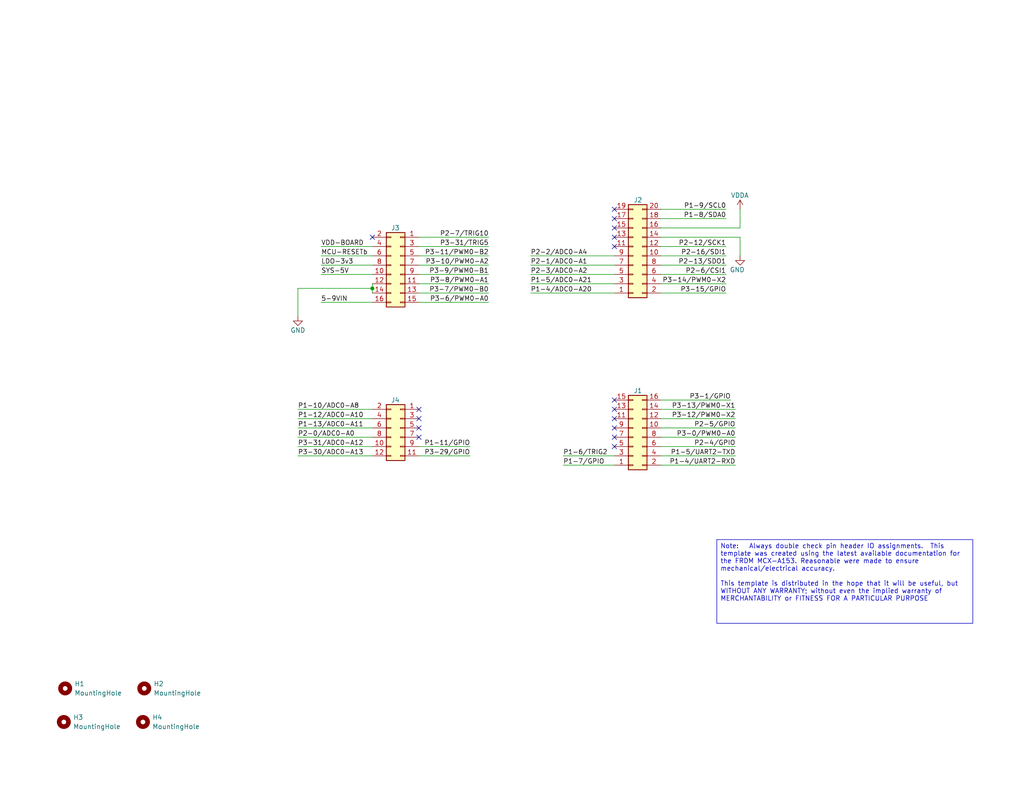
<source format=kicad_sch>
(kicad_sch (version 20230121) (generator eeschema)
  (paper "A")
  (lib_symbols
    (symbol "Connector_Generic:Conn_02x06_Odd_Even" (pin_names (offset 1.016) hide)
      (property "Reference" "J" (at 1.27 7.62 0))
      (property "Value" "Conn_02x06_Odd_Even" (at 1.27 -10.16 0))
      (symbol "Conn_02x06_Odd_Even_1_1"
        (rectangle (start -1.27 -7.493) (end 0 -7.747) (stroke (width 0.1524)))
        (rectangle (start -1.27 -4.953) (end 0 -5.207) (stroke (width 0.1524)))
        (rectangle (start -1.27 -2.413) (end 0 -2.667) (stroke (width 0.1524)))
        (rectangle (start -1.27 0.127) (end 0 -0.127) (stroke (width 0.1524)))
        (rectangle (start -1.27 2.667) (end 0 2.413) (stroke (width 0.1524)))
        (rectangle (start -1.27 5.207) (end 0 4.953) (stroke (width 0.1524)))
        (rectangle (start -1.27 6.35) (end 3.81 -8.89) (stroke (width 0.254)) (fill (type background)))
        (rectangle (start 3.81 -7.493) (end 2.54 -7.747) (stroke (width 0.1524)))
        (rectangle (start 3.81 -4.953) (end 2.54 -5.207) (stroke (width 0.1524)))
        (rectangle (start 3.81 -2.413) (end 2.54 -2.667) (stroke (width 0.1524)))
        (rectangle (start 3.81 0.127) (end 2.54 -0.127) (stroke (width 0.1524)))
        (rectangle (start 3.81 2.667) (end 2.54 2.413) (stroke (width 0.1524)))
        (rectangle (start 3.81 5.207) (end 2.54 4.953) (stroke (width 0.1524)))
        (pin passive line (at -5.08 5.08 0) (length 3.81) (name "Pin_1") (number "1"))
        (pin passive line (at 7.62 -5.08 180) (length 3.81) (name "Pin_10") (number "10"))
        (pin passive line (at -5.08 -7.62 0) (length 3.81) (name "Pin_11") (number "11"))
        (pin passive line (at 7.62 -7.62 180) (length 3.81) (name "Pin_12") (number "12"))
        (pin passive line (at 7.62 5.08 180) (length 3.81) (name "Pin_2") (number "2"))
        (pin passive line (at -5.08 2.54 0) (length 3.81) (name "Pin_3") (number "3"))
        (pin passive line (at 7.62 2.54 180) (length 3.81) (name "Pin_4") (number "4"))
        (pin passive line (at -5.08 0 0) (length 3.81) (name "Pin_5") (number "5"))
        (pin passive line (at 7.62 0 180) (length 3.81) (name "Pin_6") (number "6"))
        (pin passive line (at -5.08 -2.54 0) (length 3.81) (name "Pin_7") (number "7"))
        (pin passive line (at 7.62 -2.54 180) (length 3.81) (name "Pin_8") (number "8"))
        (pin passive line (at -5.08 -5.08 0) (length 3.81) (name "Pin_9") (number "9"))
      )
    )
    (symbol "Connector_Generic:Conn_02x08_Odd_Even" (pin_names (offset 1.016) hide)
      (property "Reference" "J" (at 1.27 10.16 0))
      (property "Value" "Conn_02x08_Odd_Even" (at 1.27 -12.7 0))
      (symbol "Conn_02x08_Odd_Even_1_1"
        (rectangle (start -1.27 -10.033) (end 0 -10.287) (stroke (width 0.1524)))
        (rectangle (start -1.27 -7.493) (end 0 -7.747) (stroke (width 0.1524)))
        (rectangle (start -1.27 -4.953) (end 0 -5.207) (stroke (width 0.1524)))
        (rectangle (start -1.27 -2.413) (end 0 -2.667) (stroke (width 0.1524)))
        (rectangle (start -1.27 0.127) (end 0 -0.127) (stroke (width 0.1524)))
        (rectangle (start -1.27 2.667) (end 0 2.413) (stroke (width 0.1524)))
        (rectangle (start -1.27 5.207) (end 0 4.953) (stroke (width 0.1524)))
        (rectangle (start -1.27 7.747) (end 0 7.493) (stroke (width 0.1524)))
        (rectangle (start -1.27 8.89) (end 3.81 -11.43) (stroke (width 0.254)) (fill (type background)))
        (rectangle (start 3.81 -10.033) (end 2.54 -10.287) (stroke (width 0.1524)))
        (rectangle (start 3.81 -7.493) (end 2.54 -7.747) (stroke (width 0.1524)))
        (rectangle (start 3.81 -4.953) (end 2.54 -5.207) (stroke (width 0.1524)))
        (rectangle (start 3.81 -2.413) (end 2.54 -2.667) (stroke (width 0.1524)))
        (rectangle (start 3.81 0.127) (end 2.54 -0.127) (stroke (width 0.1524)))
        (rectangle (start 3.81 2.667) (end 2.54 2.413) (stroke (width 0.1524)))
        (rectangle (start 3.81 5.207) (end 2.54 4.953) (stroke (width 0.1524)))
        (rectangle (start 3.81 7.747) (end 2.54 7.493) (stroke (width 0.1524)))
        (pin passive line (at -5.08 7.62 0) (length 3.81) (name "Pin_1") (number "1"))
        (pin passive line (at 7.62 -2.54 180) (length 3.81) (name "Pin_10") (number "10"))
        (pin passive line (at -5.08 -5.08 0) (length 3.81) (name "Pin_11") (number "11"))
        (pin passive line (at 7.62 -5.08 180) (length 3.81) (name "Pin_12") (number "12"))
        (pin passive line (at -5.08 -7.62 0) (length 3.81) (name "Pin_13") (number "13"))
        (pin passive line (at 7.62 -7.62 180) (length 3.81) (name "Pin_14") (number "14"))
        (pin passive line (at -5.08 -10.16 0) (length 3.81) (name "Pin_15") (number "15"))
        (pin passive line (at 7.62 -10.16 180) (length 3.81) (name "Pin_16") (number "16"))
        (pin passive line (at 7.62 7.62 180) (length 3.81) (name "Pin_2") (number "2"))
        (pin passive line (at -5.08 5.08 0) (length 3.81) (name "Pin_3") (number "3"))
        (pin passive line (at 7.62 5.08 180) (length 3.81) (name "Pin_4") (number "4"))
        (pin passive line (at -5.08 2.54 0) (length 3.81) (name "Pin_5") (number "5"))
        (pin passive line (at 7.62 2.54 180) (length 3.81) (name "Pin_6") (number "6"))
        (pin passive line (at -5.08 0 0) (length 3.81) (name "Pin_7") (number "7"))
        (pin passive line (at 7.62 0 180) (length 3.81) (name "Pin_8") (number "8"))
        (pin passive line (at -5.08 -2.54 0) (length 3.81) (name "Pin_9") (number "9"))
      )
    )
    (symbol "Connector_Generic:Conn_02x10_Odd_Even" (pin_names (offset 1.016) hide)
      (property "Reference" "J" (at 1.27 12.7 0))
      (property "Value" "Conn_02x10_Odd_Even" (at 1.27 -15.24 0))
      (symbol "Conn_02x10_Odd_Even_1_1"
        (rectangle (start -1.27 -12.573) (end 0 -12.827) (stroke (width 0.1524)))
        (rectangle (start -1.27 -10.033) (end 0 -10.287) (stroke (width 0.1524)))
        (rectangle (start -1.27 -7.493) (end 0 -7.747) (stroke (width 0.1524)))
        (rectangle (start -1.27 -4.953) (end 0 -5.207) (stroke (width 0.1524)))
        (rectangle (start -1.27 -2.413) (end 0 -2.667) (stroke (width 0.1524)))
        (rectangle (start -1.27 0.127) (end 0 -0.127) (stroke (width 0.1524)))
        (rectangle (start -1.27 2.667) (end 0 2.413) (stroke (width 0.1524)))
        (rectangle (start -1.27 5.207) (end 0 4.953) (stroke (width 0.1524)))
        (rectangle (start -1.27 7.747) (end 0 7.493) (stroke (width 0.1524)))
        (rectangle (start -1.27 10.287) (end 0 10.033) (stroke (width 0.1524)))
        (rectangle (start -1.27 11.43) (end 3.81 -13.97) (stroke (width 0.254)) (fill (type background)))
        (rectangle (start 3.81 -12.573) (end 2.54 -12.827) (stroke (width 0.1524)))
        (rectangle (start 3.81 -10.033) (end 2.54 -10.287) (stroke (width 0.1524)))
        (rectangle (start 3.81 -7.493) (end 2.54 -7.747) (stroke (width 0.1524)))
        (rectangle (start 3.81 -4.953) (end 2.54 -5.207) (stroke (width 0.1524)))
        (rectangle (start 3.81 -2.413) (end 2.54 -2.667) (stroke (width 0.1524)))
        (rectangle (start 3.81 0.127) (end 2.54 -0.127) (stroke (width 0.1524)))
        (rectangle (start 3.81 2.667) (end 2.54 2.413) (stroke (width 0.1524)))
        (rectangle (start 3.81 5.207) (end 2.54 4.953) (stroke (width 0.1524)))
        (rectangle (start 3.81 7.747) (end 2.54 7.493) (stroke (width 0.1524)))
        (rectangle (start 3.81 10.287) (end 2.54 10.033) (stroke (width 0.1524)))
        (pin passive line (at -5.08 10.16 0) (length 3.81) (name "Pin_1") (number "1"))
        (pin passive line (at 7.62 0 180) (length 3.81) (name "Pin_10") (number "10"))
        (pin passive line (at -5.08 -2.54 0) (length 3.81) (name "Pin_11") (number "11"))
        (pin passive line (at 7.62 -2.54 180) (length 3.81) (name "Pin_12") (number "12"))
        (pin passive line (at -5.08 -5.08 0) (length 3.81) (name "Pin_13") (number "13"))
        (pin passive line (at 7.62 -5.08 180) (length 3.81) (name "Pin_14") (number "14"))
        (pin passive line (at -5.08 -7.62 0) (length 3.81) (name "Pin_15") (number "15"))
        (pin passive line (at 7.62 -7.62 180) (length 3.81) (name "Pin_16") (number "16"))
        (pin passive line (at -5.08 -10.16 0) (length 3.81) (name "Pin_17") (number "17"))
        (pin passive line (at 7.62 -10.16 180) (length 3.81) (name "Pin_18") (number "18"))
        (pin passive line (at -5.08 -12.7 0) (length 3.81) (name "Pin_19") (number "19"))
        (pin passive line (at 7.62 10.16 180) (length 3.81) (name "Pin_2") (number "2"))
        (pin passive line (at 7.62 -12.7 180) (length 3.81) (name "Pin_20") (number "20"))
        (pin passive line (at -5.08 7.62 0) (length 3.81) (name "Pin_3") (number "3"))
        (pin passive line (at 7.62 7.62 180) (length 3.81) (name "Pin_4") (number "4"))
        (pin passive line (at -5.08 5.08 0) (length 3.81) (name "Pin_5") (number "5"))
        (pin passive line (at 7.62 5.08 180) (length 3.81) (name "Pin_6") (number "6"))
        (pin passive line (at -5.08 2.54 0) (length 3.81) (name "Pin_7") (number "7"))
        (pin passive line (at 7.62 2.54 180) (length 3.81) (name "Pin_8") (number "8"))
        (pin passive line (at -5.08 0 0) (length 3.81) (name "Pin_9") (number "9"))
      )
    )
    (symbol "Mechanical:MountingHole" (pin_names (offset 1.016))
      (property "Reference" "H" (at 0 5.08 0))
      (property "Value" "MountingHole" (at 0 3.175 0))
      (symbol "MountingHole_0_1"
        (circle (center 0 0) (radius 1.27) (stroke (width 1.27)))
      )
    )
    (symbol "power:GND" (power) (pin_names (offset 0))
      (property "Value" "GND" (at 0 -3.81 0))
      (symbol "GND_0_1"
        (polyline (pts (xy 0 0) (xy 0 -1.27) (xy 1.27 -1.27) (xy 0 -2.54) (xy -1.27 -1.27) (xy 0 -1.27)))
      )
      (symbol "GND_1_1"
        (pin power_in line (at 0 0 270) (length 0) hide (name "GND") (number "1"))
      )
    )
    (symbol "power:VDDA" (power) (pin_names (offset 0))
      (property "Value" "VDDA" (at 0 3.81 0))
      (symbol "VDDA_0_1"
        (polyline (pts (xy -0.762 1.27) (xy 0 2.54)))
        (polyline (pts (xy 0 0) (xy 0 2.54)))
        (polyline (pts (xy 0 2.54) (xy 0.762 1.27)))
      )
      (symbol "VDDA_1_1"
        (pin power_in line (at 0 0 90) (length 0) hide (name "VDDA") (number "1"))
      )
    )
  )
  (junction (at 101.6 78.74))
  (no_connect (at 167.64 59.69))
  (no_connect (at 167.64 109.22))
  (no_connect (at 114.3 119.38))
  (no_connect (at 167.64 62.23))
  (no_connect (at 167.64 116.84))
  (no_connect (at 167.64 57.15))
  (no_connect (at 114.3 116.84))
  (no_connect (at 167.64 121.92))
  (no_connect (at 167.64 119.38))
  (no_connect (at 167.64 67.31))
  (no_connect (at 167.64 114.3))
  (no_connect (at 114.3 114.3))
  (no_connect (at 167.64 64.77))
  (no_connect (at 167.64 111.76))
  (no_connect (at 101.6 64.77))
  (no_connect (at 114.3 111.76))
  (wire (pts (xy 101.6 78.74) (xy 101.6 80.01)))
  (wire (pts (xy 199.39 109.22) (xy 180.34 109.22)))
  (wire (pts (xy 114.3 67.31) (xy 133.35 67.31)))
  (wire (pts (xy 81.28 116.84) (xy 101.6 116.84)))
  (wire (pts (xy 200.66 124.46) (xy 180.34 124.46)))
  (wire (pts (xy 114.3 77.47) (xy 133.35 77.47)))
  (wire (pts (xy 201.93 62.23) (xy 180.34 62.23)))
  (wire (pts (xy 144.78 72.39) (xy 167.64 72.39)))
  (wire (pts (xy 198.12 74.93) (xy 180.34 74.93)))
  (wire (pts (xy 198.12 67.31) (xy 180.34 67.31)))
  (wire (pts (xy 128.27 124.46) (xy 114.3 124.46)))
  (wire (pts (xy 101.6 69.85) (xy 87.63 69.85)))
  (wire (pts (xy 101.6 74.93) (xy 87.63 74.93)))
  (wire (pts (xy 200.66 114.3) (xy 180.34 114.3)))
  (wire (pts (xy 201.93 64.77) (xy 180.34 64.77)))
  (wire (pts (xy 81.28 78.74) (xy 81.28 86.36)))
  (wire (pts (xy 198.12 72.39) (xy 180.34 72.39)))
  (wire (pts (xy 128.27 121.92) (xy 114.3 121.92)))
  (wire (pts (xy 200.66 111.76) (xy 180.34 111.76)))
  (wire (pts (xy 144.78 74.93) (xy 167.64 74.93)))
  (wire (pts (xy 114.3 80.01) (xy 133.35 80.01)))
  (wire (pts (xy 198.12 80.01) (xy 180.34 80.01)))
  (wire (pts (xy 101.6 67.31) (xy 87.63 67.31)))
  (wire (pts (xy 198.12 69.85) (xy 180.34 69.85)))
  (wire (pts (xy 201.93 64.77) (xy 201.93 69.85)))
  (wire (pts (xy 101.6 72.39) (xy 87.63 72.39)))
  (wire (pts (xy 201.93 57.15) (xy 201.93 62.23)))
  (wire (pts (xy 114.3 69.85) (xy 133.35 69.85)))
  (wire (pts (xy 114.3 74.93) (xy 133.35 74.93)))
  (wire (pts (xy 81.28 121.92) (xy 101.6 121.92)))
  (wire (pts (xy 198.12 77.47) (xy 180.34 77.47)))
  (wire (pts (xy 114.3 82.55) (xy 133.35 82.55)))
  (wire (pts (xy 81.28 111.76) (xy 101.6 111.76)))
  (wire (pts (xy 153.67 127) (xy 167.64 127)))
  (wire (pts (xy 81.28 124.46) (xy 101.6 124.46)))
  (wire (pts (xy 200.66 127) (xy 180.34 127)))
  (wire (pts (xy 101.6 77.47) (xy 101.6 78.74)))
  (wire (pts (xy 144.78 69.85) (xy 167.64 69.85)))
  (wire (pts (xy 114.3 72.39) (xy 133.35 72.39)))
  (wire (pts (xy 101.6 78.74) (xy 81.28 78.74)))
  (wire (pts (xy 101.6 82.55) (xy 87.63 82.55)))
  (wire (pts (xy 144.78 80.01) (xy 167.64 80.01)))
  (wire (pts (xy 200.66 119.38) (xy 180.34 119.38)))
  (wire (pts (xy 144.78 77.47) (xy 167.64 77.47)))
  (wire (pts (xy 153.67 124.46) (xy 167.64 124.46)))
  (wire (pts (xy 114.3 64.77) (xy 133.35 64.77)))
  (wire (pts (xy 198.12 59.69) (xy 180.34 59.69)))
  (wire (pts (xy 198.12 57.15) (xy 180.34 57.15)))
  (wire (pts (xy 200.66 121.92) (xy 180.34 121.92)))
  (wire (pts (xy 81.28 114.3) (xy 101.6 114.3)))
  (wire (pts (xy 81.28 119.38) (xy 101.6 119.38)))
  (wire (pts (xy 200.66 116.84) (xy 180.34 116.84)))
  (text_box "Note:   Always double check pin header IO assignments.  This template was created using the latest available documentation for the FRDM MCX-A153. Reasonable were made to ensure mechanical/electrical accuracy.  \n\nThis template is distributed in the hope that it will be useful, but WITHOUT ANY WARRANTY; without even the implied warranty of MERCHANTABILITY or FITNESS FOR A PARTICULAR PURPOSE" (at 195.58 147.32 0) (size 69.85 22.86) (effects (font (size 1.27 1.27)) (justify left top)))
  (label "SYS-5V" (at 87.63 74.93 0))
  (label "P3-14{slash}PWM0-X2" (at 198.12 77.47 180))
  (label "P3-13{slash}PWM0-X1" (at 200.66 111.76 180))
  (label "P1-13{slash}ADC0-A11" (at 81.28 116.84 0))
  (label "P1-7{slash}GPIO" (at 153.67 127 0))
  (label "P1-8{slash}SDA0" (at 198.12 59.69 180))
  (label "P1-6{slash}TRIG2" (at 153.67 124.46 0))
  (label "P3-31{slash}ADC0-A12" (at 81.28 121.92 0))
  (label "P1-12{slash}ADC0-A10" (at 81.28 114.3 0))
  (label "P1-4{slash}ADC0-A20" (at 144.78 80.01 0))
  (label "P1-11{slash}GPIO" (at 128.27 121.92 180))
  (label "P3-12{slash}PWM0-X2" (at 200.66 114.3 180))
  (label "P3-7{slash}PWM0-B0" (at 133.35 80.01 180))
  (label "P1-5{slash}UART2-TXD" (at 200.66 124.46 180))
  (label "P3-31{slash}TRIG5" (at 133.35 67.31 180))
  (label "VDD-BOARD" (at 87.63 67.31 0))
  (label "P2-12{slash}SCK1" (at 198.12 67.31 180))
  (label "P3-1{slash}GPIO" (at 199.39 109.22 180))
  (label "P3-6{slash}PWM0-A0" (at 133.35 82.55 180))
  (label "P2-5{slash}GPIO" (at 200.66 116.84 180))
  (label "P1-9{slash}SCL0" (at 198.12 57.15 180))
  (label "P3-15{slash}GPIO" (at 198.12 80.01 180))
  (label "MCU-RESETb" (at 87.63 69.85 0))
  (label "P3-11{slash}PWM0-B2" (at 133.35 69.85 180))
  (label "P3-10{slash}PWM0-A2" (at 133.35 72.39 180))
  (label "P2-4{slash}GPIO" (at 200.66 121.92 180))
  (label "P2-3{slash}ADC0-A2" (at 144.78 74.93 0))
  (label "P2-7{slash}TRIG10" (at 133.35 64.77 180))
  (label "P2-0{slash}ADC0-A0" (at 81.28 119.38 0))
  (label "LDO-3v3" (at 87.63 72.39 0))
  (label "P3-0{slash}PWM0-A0" (at 200.66 119.38 180))
  (label "P2-13{slash}SDO1" (at 198.12 72.39 180))
  (label "P1-5{slash}ADC0-A21" (at 144.78 77.47 0))
  (label "P1-4{slash}UART2-RXD" (at 200.66 127 180))
  (label "P2-16{slash}SDI1" (at 198.12 69.85 180))
  (label "5-9VIN" (at 87.63 82.55 0))
  (label "P2-2{slash}ADC0-A4" (at 144.78 69.85 0))
  (label "P3-29{slash}GPIO" (at 128.27 124.46 180))
  (label "P2-6{slash}CSI1" (at 198.12 74.93 180))
  (label "P3-8{slash}PWM0-A1" (at 133.35 77.47 180))
  (label "P2-1{slash}ADC0-A1" (at 144.78 72.39 0))
  (label "P3-9{slash}PWM0-B1" (at 133.35 74.93 180))
  (label "P1-10{slash}ADC0-A8" (at 81.28 111.76 0))
  (label "P3-30{slash}ADC0-A13" (at 81.28 124.46 0))
  (symbol (lib_id "Connector_Generic:Conn_02x08_Odd_Even") (at 172.72 119.38 0) (mirror x) (unit 1)
    (property "Reference" "J1" (at 175.26 106.68 0) (effects (justify right)))
    (property "Value" "Conn_02x08_Odd_Even" (effects hide))
    (property "Footprint" "Wavenumber:SSQ-108-03-T-D" (effects hide))
    (property "Supplier" "Digikey" (effects hide))
    (property "Supplier P/N" "SAM10741-ND" (effects hide))
    (property "Manufacturer" "Samtec Inc." (effects hide))
    (property "Manufacturer P/N" "SSQ-110-23-G-D" (effects hide))
  )
  (symbol (lib_id "power:GND") (at 81.28 86.36 0) (unit 1)
    (property "Reference" "#PWR03" (effects hide))
    (property "Value" "GND" (at 81.28 90.17 0))
  )
  (symbol (lib_id "Mechanical:MountingHole") (at 39.0062 197.1194 0) (unit 1)
    (property "Reference" "H4" (at 41.5462 195.8494 0) (effects (justify left)))
    (property "Value" "MountingHole" (at 41.5462 198.3894 0) (effects (justify left)))
    (property "Footprint" "MountingHole:MountingHole_3.2mm_M3" (effects hide))
  )
  (symbol (lib_id "power:VDDA") (at 201.93 57.15 0) (unit 1)
    (property "Reference" "#PWR01" (effects hide))
    (property "Value" "VDDA" (at 199.39 53.34 0) (effects (justify left)))
  )
  (symbol (lib_id "Mechanical:MountingHole") (at 17.4162 197.1194 0) (unit 1) (in_bom no)
    (property "Reference" "H3" (at 19.9562 195.8494 0) (effects (justify left)))
    (property "Value" "MountingHole" (at 19.9562 198.3894 0) (effects (justify left)))
    (property "Footprint" "MountingHole:MountingHole_3.2mm_M3" (effects hide))
  )
  (symbol (lib_id "Connector_Generic:Conn_02x06_Odd_Even") (at 109.22 116.84 0) (mirror y) (unit 1)
    (property "Reference" "J4" (at 106.68 109.22 0) (effects (justify right)))
    (property "Value" "Conn_02x06_Odd_Even" (effects hide))
    (property "Footprint" "Wavenumber:SSQ-106-03-T-D" (effects hide))
    (property "Supplier" "Digikey" (effects hide))
    (property "Supplier P/N" "SAM1204-06-ND" (effects hide))
    (property "Manufacturer" "Samtec Inc." (effects hide))
    (property "Manufacturer P/N" "SSQ-106-03-T-D" (effects hide))
  )
  (symbol (lib_id "power:GND") (at 201.93 69.85 0) (unit 1)
    (property "Reference" "#PWR02" (effects hide))
    (property "Value" "GND" (at 203.2 73.66 0) (effects (justify right)))
  )
  (symbol (lib_id "Mechanical:MountingHole") (at 39.37 187.96 0) (unit 1) (in_bom no)
    (property "Reference" "H2" (at 41.91 186.69 0) (effects (justify left)))
    (property "Value" "MountingHole" (at 41.91 189.23 0) (effects (justify left)))
    (property "Footprint" "MountingHole:MountingHole_3.2mm_M3" (effects hide))
  )
  (symbol (lib_id "Connector_Generic:Conn_02x08_Odd_Even") (at 109.22 72.39 0) (mirror y) (unit 1)
    (property "Reference" "J3" (at 106.68 62.23 0) (effects (justify right)))
    (property "Value" "Conn_02x08_Odd_Even" (effects hide))
    (property "Footprint" "Wavenumber:SSQ-108-03-T-D" (effects hide))
    (property "Supplier" "Digikey" (effects hide))
    (property "Supplier P/N" "SAM10741-ND" (effects hide))
    (property "Manufacturer" "Samtec Inc." (effects hide))
    (property "Manufacturer P/N" "SSQ-110-23-G-D" (effects hide))
  )
  (symbol (lib_id "Connector_Generic:Conn_02x10_Odd_Even") (at 172.72 69.85 0) (mirror x) (unit 1)
    (property "Reference" "J2" (at 175.26 54.61 0) (effects (justify right)))
    (property "Value" "Conn_02x10_Odd_Even" (effects hide))
    (property "Footprint" "Wavenumber:SSQ-110-23-G-D" (effects hide))
    (property "Supplier" "Digikey" (effects hide))
    (property "Supplier P/N" "SAM10741-ND" (effects hide))
    (property "Manufacturer" "Samtec Inc." (effects hide))
    (property "Manufacturer P/N" "SSQ-110-23-G-D" (effects hide))
  )
  (symbol (lib_id "Mechanical:MountingHole") (at 17.78 187.96 0) (unit 1) (in_bom no)
    (property "Reference" "H1" (at 20.32 186.69 0) (effects (justify left)))
    (property "Value" "MountingHole" (at 20.32 189.23 0) (effects (justify left)))
    (property "Footprint" "MountingHole:MountingHole_3.2mm_M3" (effects hide))
  )
)
</source>
